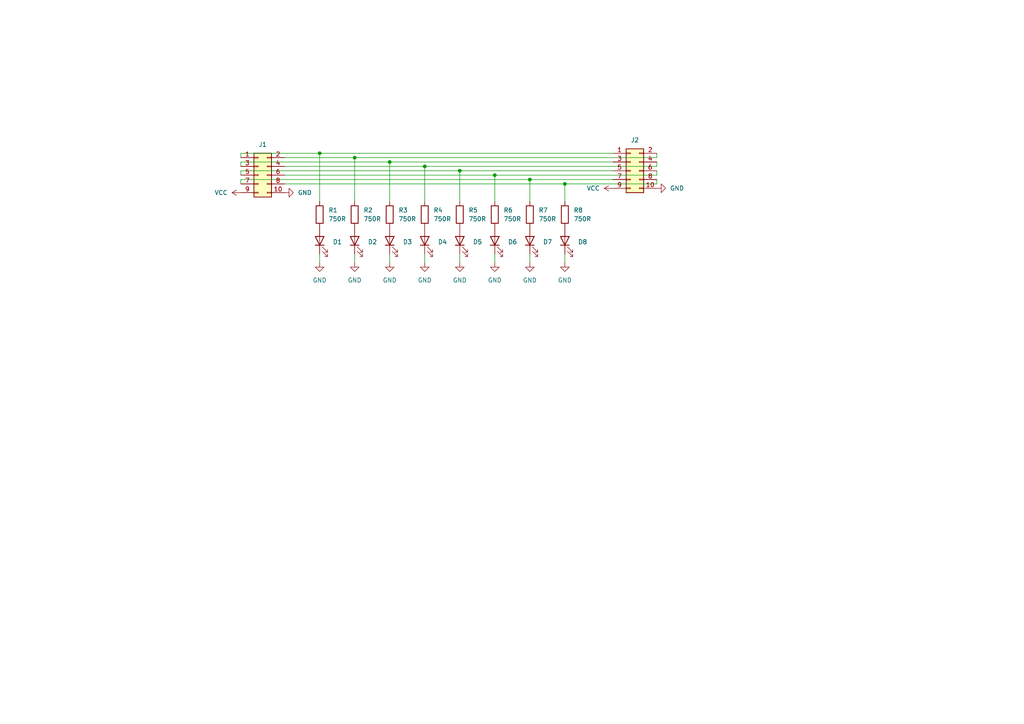
<source format=kicad_sch>
(kicad_sch (version 20230121) (generator eeschema)
  (paper "A4")
  (lib_symbols
    (symbol "Connector_Generic:Conn_02x05_Odd_Even" (pin_names (offset 1.016) hide)
      (property "Reference" "J" (at 1.27 7.62 0))
      (property "Value" "Conn_02x05_Odd_Even" (at 1.27 -7.62 0))
      (symbol "Conn_02x05_Odd_Even_1_1"
        (rectangle (start -1.27 -4.953) (end 0 -5.207) (stroke (width 0.1524)))
        (rectangle (start -1.27 -2.413) (end 0 -2.667) (stroke (width 0.1524)))
        (rectangle (start -1.27 0.127) (end 0 -0.127) (stroke (width 0.1524)))
        (rectangle (start -1.27 2.667) (end 0 2.413) (stroke (width 0.1524)))
        (rectangle (start -1.27 5.207) (end 0 4.953) (stroke (width 0.1524)))
        (rectangle (start -1.27 6.35) (end 3.81 -6.35) (stroke (width 0.254)) (fill (type background)))
        (rectangle (start 3.81 -4.953) (end 2.54 -5.207) (stroke (width 0.1524)))
        (rectangle (start 3.81 -2.413) (end 2.54 -2.667) (stroke (width 0.1524)))
        (rectangle (start 3.81 0.127) (end 2.54 -0.127) (stroke (width 0.1524)))
        (rectangle (start 3.81 2.667) (end 2.54 2.413) (stroke (width 0.1524)))
        (rectangle (start 3.81 5.207) (end 2.54 4.953) (stroke (width 0.1524)))
        (pin passive line (at -5.08 5.08 0) (length 3.81) (name "Pin_1") (number "1"))
        (pin passive line (at 7.62 -5.08 180) (length 3.81) (name "Pin_10") (number "10"))
        (pin passive line (at 7.62 5.08 180) (length 3.81) (name "Pin_2") (number "2"))
        (pin passive line (at -5.08 2.54 0) (length 3.81) (name "Pin_3") (number "3"))
        (pin passive line (at 7.62 2.54 180) (length 3.81) (name "Pin_4") (number "4"))
        (pin passive line (at -5.08 0 0) (length 3.81) (name "Pin_5") (number "5"))
        (pin passive line (at 7.62 0 180) (length 3.81) (name "Pin_6") (number "6"))
        (pin passive line (at -5.08 -2.54 0) (length 3.81) (name "Pin_7") (number "7"))
        (pin passive line (at 7.62 -2.54 180) (length 3.81) (name "Pin_8") (number "8"))
        (pin passive line (at -5.08 -5.08 0) (length 3.81) (name "Pin_9") (number "9"))
      )
    )
    (symbol "Device:LED" (pin_numbers hide) (pin_names (offset 1.016) hide)
      (property "Reference" "D" (at 0 2.54 0))
      (property "Value" "LED" (at 0 -2.54 0))
      (symbol "LED_0_1"
        (polyline (pts (xy -1.27 -1.27) (xy -1.27 1.27)) (stroke (width 0.254)))
        (polyline (pts (xy -1.27 0) (xy 1.27 0)))
        (polyline (pts (xy 1.27 -1.27) (xy 1.27 1.27) (xy -1.27 0) (xy 1.27 -1.27)) (stroke (width 0.254)))
        (polyline (pts (xy -3.048 -0.762) (xy -4.572 -2.286) (xy -3.81 -2.286) (xy -4.572 -2.286) (xy -4.572 -1.524)))
        (polyline (pts (xy -1.778 -0.762) (xy -3.302 -2.286) (xy -2.54 -2.286) (xy -3.302 -2.286) (xy -3.302 -1.524)))
      )
      (symbol "LED_1_1"
        (pin passive line (at -3.81 0 0) (length 2.54) (name "K") (number "1"))
        (pin passive line (at 3.81 0 180) (length 2.54) (name "A") (number "2"))
      )
    )
    (symbol "Device:R" (pin_numbers hide) (pin_names (offset 0))
      (property "Reference" "R" (at 2.032 0 90))
      (property "Value" "R" (at 0 0 90))
      (symbol "R_0_1"
        (rectangle (start -1.016 -2.54) (end 1.016 2.54) (stroke (width 0.254)))
      )
      (symbol "R_1_1"
        (pin passive line (at 0 3.81 270) (length 1.27) (name "~") (number "1"))
        (pin passive line (at 0 -3.81 90) (length 1.27) (name "~") (number "2"))
      )
    )
    (symbol "power:GND" (power) (pin_names (offset 0))
      (property "Value" "GND" (at 0 -3.81 0))
      (symbol "GND_0_1"
        (polyline (pts (xy 0 0) (xy 0 -1.27) (xy 1.27 -1.27) (xy 0 -2.54) (xy -1.27 -1.27) (xy 0 -1.27)))
      )
      (symbol "GND_1_1"
        (pin power_in line (at 0 0 270) (length 0) hide (name "GND") (number "1"))
      )
    )
    (symbol "power:VCC" (power) (pin_names (offset 0))
      (property "Value" "VCC" (at 0 3.81 0))
      (symbol "VCC_0_1"
        (polyline (pts (xy -0.762 1.27) (xy 0 2.54)))
        (polyline (pts (xy 0 0) (xy 0 2.54)))
        (polyline (pts (xy 0 2.54) (xy 0.762 1.27)))
      )
      (symbol "VCC_1_1"
        (pin power_in line (at 0 0 90) (length 0) hide (name "VCC") (number "1"))
      )
    )
  )
  (junction (at 153.67 52.07))
  (junction (at 133.35 49.53))
  (junction (at 92.71 44.45))
  (junction (at 163.83 53.34))
  (junction (at 123.19 48.26))
  (junction (at 143.51 50.8))
  (junction (at 102.87 45.72))
  (junction (at 113.03 46.99))
  (wire (pts (xy 123.19 48.26) (xy 190.5 48.26)))
  (wire (pts (xy 190.5 48.26) (xy 190.5 46.99)))
  (wire (pts (xy 82.55 50.8) (xy 143.51 50.8)))
  (wire (pts (xy 133.35 49.53) (xy 133.35 58.42)))
  (wire (pts (xy 69.85 53.34) (xy 69.85 52.07)))
  (wire (pts (xy 143.51 50.8) (xy 190.5 50.8)))
  (wire (pts (xy 69.85 52.07) (xy 153.67 52.07)))
  (wire (pts (xy 190.5 45.72) (xy 190.5 44.45)))
  (wire (pts (xy 123.19 48.26) (xy 123.19 58.42)))
  (wire (pts (xy 69.85 50.8) (xy 69.85 49.53)))
  (wire (pts (xy 82.55 45.72) (xy 102.87 45.72)))
  (wire (pts (xy 92.71 44.45) (xy 92.71 58.42)))
  (wire (pts (xy 69.85 48.26) (xy 69.85 46.99)))
  (wire (pts (xy 190.5 50.8) (xy 190.5 49.53)))
  (wire (pts (xy 133.35 73.66) (xy 133.35 76.2)))
  (wire (pts (xy 153.67 52.07) (xy 177.8 52.07)))
  (wire (pts (xy 82.55 53.34) (xy 163.83 53.34)))
  (wire (pts (xy 69.85 46.99) (xy 113.03 46.99)))
  (wire (pts (xy 163.83 53.34) (xy 190.5 53.34)))
  (wire (pts (xy 153.67 73.66) (xy 153.67 76.2)))
  (wire (pts (xy 102.87 45.72) (xy 102.87 58.42)))
  (wire (pts (xy 92.71 73.66) (xy 92.71 76.2)))
  (wire (pts (xy 143.51 73.66) (xy 143.51 76.2)))
  (wire (pts (xy 113.03 46.99) (xy 177.8 46.99)))
  (wire (pts (xy 69.85 45.72) (xy 69.85 44.45)))
  (wire (pts (xy 163.83 73.66) (xy 163.83 76.2)))
  (wire (pts (xy 190.5 53.34) (xy 190.5 52.07)))
  (wire (pts (xy 123.19 73.66) (xy 123.19 76.2)))
  (wire (pts (xy 82.55 48.26) (xy 123.19 48.26)))
  (wire (pts (xy 69.85 49.53) (xy 133.35 49.53)))
  (wire (pts (xy 92.71 44.45) (xy 177.8 44.45)))
  (wire (pts (xy 163.83 53.34) (xy 163.83 58.42)))
  (wire (pts (xy 133.35 49.53) (xy 177.8 49.53)))
  (wire (pts (xy 143.51 50.8) (xy 143.51 58.42)))
  (wire (pts (xy 113.03 46.99) (xy 113.03 58.42)))
  (wire (pts (xy 153.67 52.07) (xy 153.67 58.42)))
  (wire (pts (xy 102.87 45.72) (xy 190.5 45.72)))
  (wire (pts (xy 102.87 73.66) (xy 102.87 76.2)))
  (wire (pts (xy 69.85 44.45) (xy 92.71 44.45)))
  (wire (pts (xy 113.03 73.66) (xy 113.03 76.2)))
  (symbol (lib_id "Device:LED") (at 163.83 69.85 90) (unit 1)
    (property "Reference" "D8" (at 167.64 70.1675 90) (effects (justify right)))
    (property "Value" "151053GS03000" (effects hide))
    (property "Footprint" "LED_THT:LED_D5.0mm_Clear" (effects hide))
    (property "Datasheet" "https://www.we-online.com/components/products/datasheet/151053GS03000.pdf" (effects hide))
  )
  (symbol (lib_id "Device:R") (at 123.19 62.23 0) (unit 1)
    (property "Reference" "R4" (at 125.73 60.96 0) (effects (justify left)))
    (property "Value" "750R" (at 125.73 63.5 0) (effects (justify left)))
    (property "Footprint" "Resistor_SMD:R_0805_2012Metric_Pad1.20x1.40mm_HandSolder" (effects hide))
  )
  (symbol (lib_id "power:VCC") (at 69.85 55.88 90) (unit 1)
    (property "Reference" "#PWR01" (effects hide))
    (property "Value" "VCC" (at 66.04 55.88 90) (effects (justify left)))
  )
  (symbol (lib_id "Device:R") (at 92.71 62.23 0) (unit 1)
    (property "Reference" "R1" (at 95.25 60.96 0) (effects (justify left)))
    (property "Value" "750R" (at 95.25 63.5 0) (effects (justify left)))
    (property "Footprint" "Resistor_SMD:R_0805_2012Metric_Pad1.20x1.40mm_HandSolder" (effects hide))
  )
  (symbol (lib_id "power:GND") (at 153.67 76.2 0) (unit 1)
    (property "Reference" "#PWR011" (effects hide))
    (property "Value" "GND" (at 153.67 81.28 0))
  )
  (symbol (lib_id "Connector_Generic:Conn_02x05_Odd_Even") (at 74.93 50.8 0) (unit 1)
    (property "Reference" "J1" (at 76.2 41.91 0))
    (property "Value" "BHR-10-VUA" (effects hide))
    (property "Footprint" "Connector_IDC:IDC-Header_2x05_P2.54mm_Vertical" (effects hide))
    (property "Datasheet" "https://app.adam-tech.com/products/download/data_sheet/203218/bhr-xx-vua-data-sheet.pdf" (effects hide))
  )
  (symbol (lib_id "Device:LED") (at 123.19 69.85 90) (unit 1)
    (property "Reference" "D4" (at 127 70.1675 90) (effects (justify right)))
    (property "Value" "151053GS03000" (effects hide))
    (property "Footprint" "LED_THT:LED_D5.0mm_Clear" (effects hide))
    (property "Datasheet" "https://www.we-online.com/components/products/datasheet/151053GS03000.pdf" (effects hide))
  )
  (symbol (lib_id "power:VCC") (at 177.8 54.61 90) (unit 1)
    (property "Reference" "#PWR03" (effects hide))
    (property "Value" "VCC" (at 173.99 54.61 90) (effects (justify left)))
  )
  (symbol (lib_id "power:GND") (at 92.71 76.2 0) (unit 1)
    (property "Reference" "#PWR05" (effects hide))
    (property "Value" "GND" (at 92.71 81.28 0))
  )
  (symbol (lib_id "Device:LED") (at 153.67 69.85 90) (unit 1)
    (property "Reference" "D7" (at 157.48 70.1675 90) (effects (justify right)))
    (property "Value" "151053GS03000" (effects hide))
    (property "Footprint" "LED_THT:LED_D5.0mm_Clear" (effects hide))
    (property "Datasheet" "https://www.we-online.com/components/products/datasheet/151053GS03000.pdf" (effects hide))
  )
  (symbol (lib_id "Device:LED") (at 102.87 69.85 90) (unit 1)
    (property "Reference" "D2" (at 106.68 70.1675 90) (effects (justify right)))
    (property "Value" "151053GS03000" (effects hide))
    (property "Footprint" "LED_THT:LED_D5.0mm_Clear" (effects hide))
    (property "Datasheet" "https://www.we-online.com/components/products/datasheet/151053GS03000.pdf" (effects hide))
  )
  (symbol (lib_id "power:GND") (at 163.83 76.2 0) (unit 1)
    (property "Reference" "#PWR012" (effects hide))
    (property "Value" "GND" (at 163.83 81.28 0))
  )
  (symbol (lib_id "Device:R") (at 133.35 62.23 0) (unit 1)
    (property "Reference" "R5" (at 135.89 60.96 0) (effects (justify left)))
    (property "Value" "750R" (at 135.89 63.5 0) (effects (justify left)))
    (property "Footprint" "Resistor_SMD:R_0805_2012Metric_Pad1.20x1.40mm_HandSolder" (effects hide))
  )
  (symbol (lib_id "Device:R") (at 102.87 62.23 0) (unit 1)
    (property "Reference" "R2" (at 105.41 60.96 0) (effects (justify left)))
    (property "Value" "750R" (at 105.41 63.5 0) (effects (justify left)))
    (property "Footprint" "Resistor_SMD:R_0805_2012Metric_Pad1.20x1.40mm_HandSolder" (effects hide))
  )
  (symbol (lib_id "power:GND") (at 143.51 76.2 0) (unit 1)
    (property "Reference" "#PWR010" (effects hide))
    (property "Value" "GND" (at 143.51 81.28 0))
  )
  (symbol (lib_id "power:GND") (at 82.55 55.88 90) (unit 1)
    (property "Reference" "#PWR02" (effects hide))
    (property "Value" "GND" (at 86.36 55.88 90) (effects (justify right)))
  )
  (symbol (lib_id "Device:LED") (at 133.35 69.85 90) (unit 1)
    (property "Reference" "D5" (at 137.16 70.1675 90) (effects (justify right)))
    (property "Value" "151053GS03000" (effects hide))
    (property "Footprint" "LED_THT:LED_D5.0mm_Clear" (effects hide))
    (property "Datasheet" "https://www.we-online.com/components/products/datasheet/151053GS03000.pdf" (effects hide))
  )
  (symbol (lib_id "power:GND") (at 113.03 76.2 0) (unit 1)
    (property "Reference" "#PWR07" (effects hide))
    (property "Value" "GND" (at 113.03 81.28 0))
  )
  (symbol (lib_id "Device:LED") (at 143.51 69.85 90) (unit 1)
    (property "Reference" "D6" (at 147.32 70.1675 90) (effects (justify right)))
    (property "Value" "151053GS03000" (effects hide))
    (property "Footprint" "LED_THT:LED_D5.0mm_Clear" (effects hide))
    (property "Datasheet" "https://www.we-online.com/components/products/datasheet/151053GS03000.pdf" (effects hide))
  )
  (symbol (lib_id "power:GND") (at 123.19 76.2 0) (unit 1)
    (property "Reference" "#PWR08" (effects hide))
    (property "Value" "GND" (at 123.19 81.28 0))
  )
  (symbol (lib_id "Device:LED") (at 113.03 69.85 90) (unit 1)
    (property "Reference" "D3" (at 116.84 70.1675 90) (effects (justify right)))
    (property "Value" "151053GS03000" (effects hide))
    (property "Footprint" "LED_THT:LED_D5.0mm_Clear" (effects hide))
    (property "Datasheet" "https://www.we-online.com/components/products/datasheet/151053GS03000.pdf" (effects hide))
  )
  (symbol (lib_id "power:GND") (at 190.5 54.61 90) (unit 1)
    (property "Reference" "#PWR04" (effects hide))
    (property "Value" "GND" (at 194.31 54.61 90) (effects (justify right)))
  )
  (symbol (lib_id "Device:R") (at 143.51 62.23 0) (unit 1)
    (property "Reference" "R6" (at 146.05 60.96 0) (effects (justify left)))
    (property "Value" "750R" (at 146.05 63.5 0) (effects (justify left)))
    (property "Footprint" "Resistor_SMD:R_0805_2012Metric_Pad1.20x1.40mm_HandSolder" (effects hide))
  )
  (symbol (lib_id "Connector_Generic:Conn_02x05_Odd_Even") (at 182.88 49.53 0) (unit 1)
    (property "Reference" "J2" (at 184.15 40.64 0))
    (property "Value" "BHR-10-VUA" (effects hide))
    (property "Footprint" "Connector_IDC:IDC-Header_2x05_P2.54mm_Vertical" (effects hide))
    (property "Datasheet" "https://app.adam-tech.com/products/download/data_sheet/203218/bhr-xx-vua-data-sheet.pdf" (effects hide))
  )
  (symbol (lib_id "Device:R") (at 163.83 62.23 0) (unit 1)
    (property "Reference" "R8" (at 166.37 60.96 0) (effects (justify left)))
    (property "Value" "750R" (at 166.37 63.5 0) (effects (justify left)))
    (property "Footprint" "Resistor_SMD:R_0805_2012Metric_Pad1.20x1.40mm_HandSolder" (effects hide))
  )
  (symbol (lib_id "Device:R") (at 153.67 62.23 0) (unit 1)
    (property "Reference" "R7" (at 156.21 60.96 0) (effects (justify left)))
    (property "Value" "750R" (at 156.21 63.5 0) (effects (justify left)))
    (property "Footprint" "Resistor_SMD:R_0805_2012Metric_Pad1.20x1.40mm_HandSolder" (effects hide))
  )
  (symbol (lib_id "power:GND") (at 102.87 76.2 0) (unit 1)
    (property "Reference" "#PWR06" (effects hide))
    (property "Value" "GND" (at 102.87 81.28 0))
  )
  (symbol (lib_id "power:GND") (at 133.35 76.2 0) (unit 1)
    (property "Reference" "#PWR09" (effects hide))
    (property "Value" "GND" (at 133.35 81.28 0))
  )
  (symbol (lib_id "Device:LED") (at 92.71 69.85 90) (unit 1)
    (property "Reference" "D1" (at 96.52 70.1675 90) (effects (justify right)))
    (property "Value" "151053GS03000" (effects hide))
    (property "Footprint" "LED_THT:LED_D5.0mm_Clear" (effects hide))
    (property "Datasheet" "https://www.we-online.com/components/products/datasheet/151053GS03000.pdf" (effects hide))
  )
  (symbol (lib_id "Device:R") (at 113.03 62.23 0) (unit 1)
    (property "Reference" "R3" (at 115.57 60.96 0) (effects (justify left)))
    (property "Value" "750R" (at 115.57 63.5 0) (effects (justify left)))
    (property "Footprint" "Resistor_SMD:R_0805_2012Metric_Pad1.20x1.40mm_HandSolder" (effects hide))
  )
)
</source>
